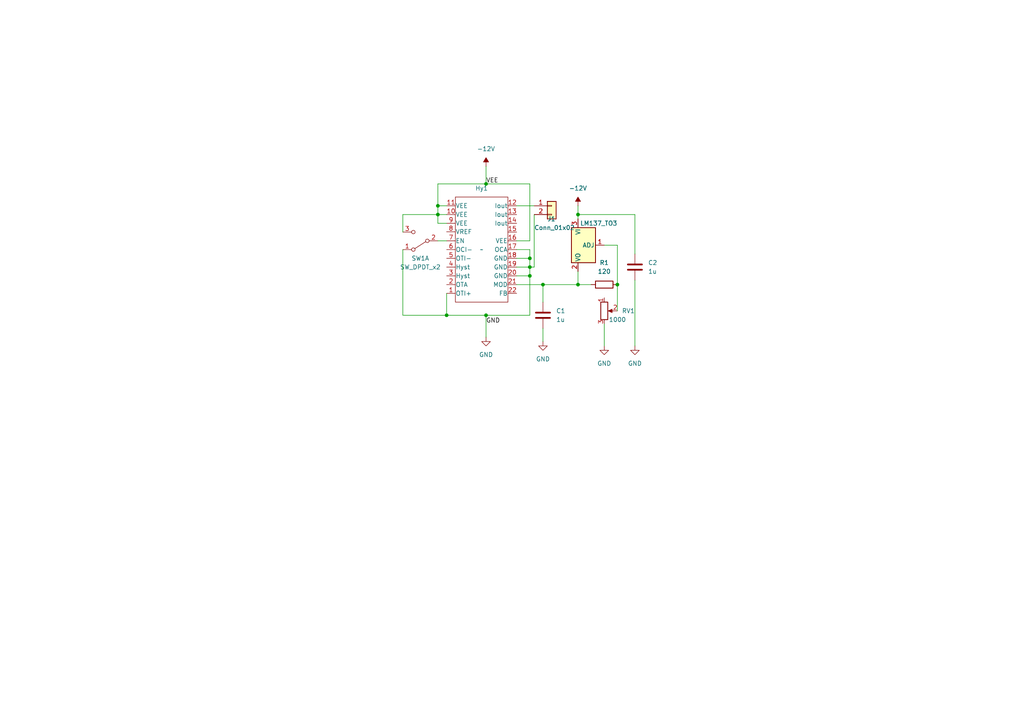
<source format=kicad_sch>
(kicad_sch (version 20230121) (generator eeschema)
  (paper "A4")
  (lib_symbols
    (symbol "Connector_Generic:Conn_01x02" (pin_names (offset 1.016) hide)
      (property "Reference" "J" (at 0 2.54 0))
      (property "Value" "Conn_01x02" (at 0 -5.08 0))
      (symbol "Conn_01x02_1_1"
        (rectangle (start -1.27 -2.413) (end 0 -2.667) (stroke (width 0.1524)))
        (rectangle (start -1.27 0.127) (end 0 -0.127) (stroke (width 0.1524)))
        (rectangle (start -1.27 1.27) (end 1.27 -3.81) (stroke (width 0.254)) (fill (type background)))
        (pin passive line (at -5.08 0 0) (length 3.81) (name "Pin_1") (number "1"))
        (pin passive line (at -5.08 -2.54 0) (length 3.81) (name "Pin_2") (number "2"))
      )
    )
    (symbol "Device:C" (pin_numbers hide) (pin_names (offset 0.254))
      (property "Reference" "C" (at 0.635 2.54 0))
      (property "Value" "C" (at 0.635 -2.54 0))
      (symbol "C_0_1"
        (polyline (pts (xy -2.032 -0.762) (xy 2.032 -0.762)) (stroke (width 0.508)))
        (polyline (pts (xy -2.032 0.762) (xy 2.032 0.762)) (stroke (width 0.508)))
      )
      (symbol "C_1_1"
        (pin passive line (at 0 3.81 270) (length 2.794) (name "~") (number "1"))
        (pin passive line (at 0 -3.81 90) (length 2.794) (name "~") (number "2"))
      )
    )
    (symbol "Device:R" (pin_numbers hide) (pin_names (offset 0))
      (property "Reference" "R" (at 2.032 0 90))
      (property "Value" "R" (at 0 0 90))
      (symbol "R_0_1"
        (rectangle (start -1.016 -2.54) (end 1.016 2.54) (stroke (width 0.254)))
      )
      (symbol "R_1_1"
        (pin passive line (at 0 3.81 270) (length 1.27) (name "~") (number "1"))
        (pin passive line (at 0 -3.81 90) (length 1.27) (name "~") (number "2"))
      )
    )
    (symbol "Device:R_Potentiometer" (pin_names (offset 1.016) hide)
      (property "Reference" "RV" (at -4.445 0 90))
      (property "Value" "R_Potentiometer" (at -2.54 0 90))
      (symbol "R_Potentiometer_0_1"
        (polyline (pts (xy 2.54 0) (xy 1.524 0)))
        (polyline (pts (xy 1.143 0) (xy 2.286 0.508) (xy 2.286 -0.508) (xy 1.143 0)) (fill (type outline)))
        (rectangle (start 1.016 2.54) (end -1.016 -2.54) (stroke (width 0.254)))
      )
      (symbol "R_Potentiometer_1_1"
        (pin passive line (at 0 3.81 270) (length 1.27) (name "1") (number "1"))
        (pin passive line (at 3.81 0 180) (length 1.27) (name "2") (number "2"))
        (pin passive line (at 0 -3.81 90) (length 1.27) (name "3") (number "3"))
      )
    )
    (symbol "Hytek_Controllers:Hy6340" (pin_names (offset 0.05))
      (property "Reference" "Hy6340" (at 0 17.78 0))
      (symbol "Hy6340_0_1"
        (rectangle (start -7.62 15.24) (end 7.62 -15.24))
      )
      (symbol "Hy6340_1_1"
        (pin input line (at -10.16 -12.7 0) (length 2.54) (name "OTI+") (number "1"))
        (pin input line (at -10.16 10.16 0) (length 2.54) (name "VEE") (number "10"))
        (pin input line (at -10.16 12.7 0) (length 2.54) (name "VEE") (number "11"))
        (pin output line (at 10.16 12.7 180) (length 2.54) (name "Iout") (number "12"))
        (pin output line (at 10.16 10.16 180) (length 2.54) (name "Iout") (number "13"))
        (pin output line (at 10.16 7.62 180) (length 2.54) (name "Iout") (number "14"))
        (pin free line (at 10.16 5.08 180) (length 2.54) (name "") (number "15"))
        (pin input line (at 10.16 2.54 180) (length 2.54) (name "VEE") (number "16"))
        (pin output line (at 10.16 0 180) (length 2.54) (name "OCA") (number "17"))
        (pin input line (at 10.16 -2.54 180) (length 2.54) (name "GND") (number "18"))
        (pin input line (at 10.16 -5.08 180) (length 2.54) (name "GND") (number "19"))
        (pin output line (at -10.16 -10.16 0) (length 2.54) (name "OTA") (number "2"))
        (pin input line (at 10.16 -7.62 180) (length 2.54) (name "GND") (number "20"))
        (pin input line (at 10.16 -10.16 180) (length 2.54) (name "MOD") (number "21"))
        (pin input line (at 10.16 -12.7 180) (length 2.54) (name "FB") (number "22"))
        (pin input line (at -10.16 -7.62 0) (length 2.54) (name "Hyst") (number "3"))
        (pin input line (at -10.16 -5.08 0) (length 2.54) (name "Hyst") (number "4"))
        (pin input line (at -10.16 -2.54 0) (length 2.54) (name "OTI-") (number "5"))
        (pin input line (at -10.16 0 0) (length 2.54) (name "OCI-") (number "6"))
        (pin input line (at -10.16 2.54 0) (length 2.54) (name "EN") (number "7"))
        (pin output line (at -10.1748 5.154 0) (length 2.54) (name "VREF") (number "8"))
        (pin input line (at -10.16 7.62 0) (length 2.54) (name "VEE") (number "9"))
      )
    )
    (symbol "Regulator_Linear:LM137_TO3" (pin_names (offset 0.254))
      (property "Reference" "U" (at -3.81 -3.175 0))
      (property "Value" "LM137_TO3" (at 0 -3.175 0))
      (symbol "LM137_TO3_0_1"
        (rectangle (start -5.08 5.08) (end 5.08 -1.905) (stroke (width 0.254)) (fill (type background)))
      )
      (symbol "LM137_TO3_1_1"
        (pin input line (at 0 7.62 270) (length 2.54) (name "ADJ") (number "1"))
        (pin power_out line (at 7.62 0 180) (length 2.54) (name "VO") (number "2"))
        (pin power_in line (at -7.62 0 0) (length 2.54) (name "VI") (number "3"))
      )
    )
    (symbol "Switch:SW_DPDT_x2" (pin_names (offset 0) hide)
      (property "Reference" "SW" (at 0 4.318 0))
      (property "Value" "SW_DPDT_x2" (at 0 -5.08 0))
      (symbol "SW_DPDT_x2_0_0"
        (circle (center -2.032 0) (radius 0.508))
        (circle (center 2.032 -2.54) (radius 0.508))
      )
      (symbol "SW_DPDT_x2_0_1"
        (polyline (pts (xy -1.524 0.254) (xy 1.651 2.286)))
        (circle (center 2.032 2.54) (radius 0.508))
      )
      (symbol "SW_DPDT_x2_1_1"
        (pin passive line (at 5.08 2.54 180) (length 2.54) (name "A") (number "1"))
        (pin passive line (at -5.08 0 0) (length 2.54) (name "B") (number "2"))
        (pin passive line (at 5.08 -2.54 180) (length 2.54) (name "C") (number "3"))
      )
      (symbol "SW_DPDT_x2_2_1"
        (pin passive line (at 5.08 2.54 180) (length 2.54) (name "A") (number "4"))
        (pin passive line (at -5.08 0 0) (length 2.54) (name "B") (number "5"))
        (pin passive line (at 5.08 -2.54 180) (length 2.54) (name "C") (number "6"))
      )
    )
    (symbol "power:-12V" (power) (pin_names (offset 0))
      (property "Value" "-12V" (at 0 3.81 0))
      (symbol "-12V_0_0"
        (pin power_in line (at 0 0 90) (length 0) hide (name "-12V") (number "1"))
      )
      (symbol "-12V_0_1"
        (polyline (pts (xy 0 0) (xy 0 1.27) (xy 0.762 1.27) (xy 0 2.54) (xy -0.762 1.27) (xy 0 1.27)) (fill (type outline)))
      )
    )
    (symbol "power:GND" (power) (pin_names (offset 0))
      (property "Value" "GND" (at 0 -3.81 0))
      (symbol "GND_0_1"
        (polyline (pts (xy 0 0) (xy 0 -1.27) (xy 1.27 -1.27) (xy 0 -2.54) (xy -1.27 -1.27) (xy 0 -1.27)))
      )
      (symbol "GND_1_1"
        (pin power_in line (at 0 0 270) (length 0) hide (name "GND") (number "1"))
      )
    )
  )
  (junction (at 153.67 77.47))
  (junction (at 167.64 62.23))
  (junction (at 153.67 74.93))
  (junction (at 157.48 82.55))
  (junction (at 127 62.23))
  (junction (at 140.97 91.44))
  (junction (at 179.07 82.55))
  (junction (at 127 59.69))
  (junction (at 140.97 53.34))
  (junction (at 129.54 91.44))
  (junction (at 167.64 82.55))
  (junction (at 153.67 80.01))
  (wire (pts (xy 153.67 91.44) (xy 153.67 80.01)))
  (wire (pts (xy 127 53.34) (xy 127 59.69)))
  (wire (pts (xy 157.48 95.25) (xy 157.48 99.06)))
  (wire (pts (xy 153.67 53.34) (xy 140.97 53.34)))
  (wire (pts (xy 184.15 62.23) (xy 167.64 62.23)))
  (wire (pts (xy 140.97 91.44) (xy 140.97 97.79)))
  (wire (pts (xy 116.84 91.44) (xy 129.54 91.44)))
  (wire (pts (xy 149.86 72.39) (xy 153.67 72.39)))
  (wire (pts (xy 167.64 62.23) (xy 167.64 63.5)))
  (wire (pts (xy 140.97 53.34) (xy 127 53.34)))
  (wire (pts (xy 157.48 82.55) (xy 157.48 87.63)))
  (wire (pts (xy 167.64 78.74) (xy 167.64 82.55)))
  (wire (pts (xy 127 62.23) (xy 127 64.77)))
  (wire (pts (xy 127 64.77) (xy 129.54 64.77)))
  (wire (pts (xy 153.67 77.47) (xy 153.67 74.93)))
  (wire (pts (xy 153.67 72.39) (xy 153.67 74.93)))
  (wire (pts (xy 149.86 59.69) (xy 154.94 59.69)))
  (wire (pts (xy 116.84 67.31) (xy 116.84 62.23)))
  (wire (pts (xy 116.84 72.39) (xy 116.84 91.44)))
  (wire (pts (xy 153.67 69.85) (xy 153.67 53.34)))
  (wire (pts (xy 154.94 77.47) (xy 153.67 77.47)))
  (wire (pts (xy 184.15 81.28) (xy 184.15 100.33)))
  (wire (pts (xy 179.07 82.55) (xy 179.07 90.17)))
  (wire (pts (xy 149.86 82.55) (xy 157.48 82.55)))
  (wire (pts (xy 154.94 62.23) (xy 154.94 77.47)))
  (wire (pts (xy 184.15 73.66) (xy 184.15 62.23)))
  (wire (pts (xy 140.97 91.44) (xy 153.67 91.44)))
  (wire (pts (xy 116.84 62.23) (xy 127 62.23)))
  (wire (pts (xy 149.86 69.85) (xy 153.67 69.85)))
  (wire (pts (xy 149.86 80.01) (xy 153.67 80.01)))
  (wire (pts (xy 153.67 74.93) (xy 149.86 74.93)))
  (wire (pts (xy 140.97 48.26) (xy 140.97 53.34)))
  (wire (pts (xy 129.54 59.69) (xy 127 59.69)))
  (wire (pts (xy 175.26 93.98) (xy 175.26 100.33)))
  (wire (pts (xy 129.54 91.44) (xy 140.97 91.44)))
  (wire (pts (xy 175.26 71.12) (xy 179.07 71.12)))
  (wire (pts (xy 179.07 71.12) (xy 179.07 82.55)))
  (wire (pts (xy 129.54 85.09) (xy 129.54 91.44)))
  (wire (pts (xy 129.54 62.23) (xy 127 62.23)))
  (wire (pts (xy 127 62.23) (xy 127 59.69)))
  (wire (pts (xy 157.48 82.55) (xy 167.64 82.55)))
  (wire (pts (xy 149.86 77.47) (xy 153.67 77.47)))
  (wire (pts (xy 153.67 80.01) (xy 153.67 77.47)))
  (wire (pts (xy 167.64 59.69) (xy 167.64 62.23)))
  (wire (pts (xy 129.54 69.85) (xy 127 69.85)))
  (wire (pts (xy 167.64 82.55) (xy 171.45 82.55)))
  (label "VEE" (at 140.97 53.34 0))
  (label "GND" (at 140.97 93.98 0))
  (symbol (lib_id "Device:R") (at 175.26 82.55 270) (unit 1)
    (property "Reference" "R1" (at 175.26 76.2 90))
    (property "Value" "120" (at 175.26 78.74 90))
  )
  (symbol (lib_id "power:GND") (at 175.26 100.33 0) (unit 1)
    (property "Reference" "#PWR04" (effects hide))
    (property "Value" "GND" (at 175.26 105.41 0))
  )
  (symbol (lib_id "power:GND") (at 184.15 100.33 0) (unit 1)
    (property "Reference" "#PWR06" (effects hide))
    (property "Value" "GND" (at 184.15 105.41 0))
  )
  (symbol (lib_id "Device:R_Potentiometer") (at 175.26 90.17 0) (unit 1)
    (property "Reference" "RV1" (at 184.15 90.17 0) (effects (justify right)))
    (property "Value" "1000" (at 181.61 92.71 0) (effects (justify right)))
  )
  (symbol (lib_id "power:-12V") (at 140.97 48.26 0) (unit 1)
    (property "Reference" "#PWR01" (effects hide))
    (property "Value" "-12V" (at 140.97 43.18 0))
  )
  (symbol (lib_id "Connector_Generic:Conn_01x02") (at 160.02 59.69 0) (unit 1)
    (property "Reference" "J1" (at 158.75 63.5 0) (effects (justify left)))
    (property "Value" "Conn_01x02" (at 154.94 66.04 0) (effects (justify left)))
  )
  (symbol (lib_id "power:GND") (at 157.48 99.06 0) (unit 1)
    (property "Reference" "#PWR05" (effects hide))
    (property "Value" "GND" (at 157.48 104.14 0))
  )
  (symbol (lib_id "Hytek_Controllers:Hy6340") (at 139.7 72.39 0) (unit 1)
    (property "Reference" "Hy1" (at 139.6926 54.61 0))
    (property "Value" "~" (at 139.7 72.39 0))
  )
  (symbol (lib_id "power:GND") (at 140.97 97.79 0) (unit 1)
    (property "Reference" "#PWR02" (effects hide))
    (property "Value" "GND" (at 140.97 102.87 0))
  )
  (symbol (lib_id "Switch:SW_DPDT_x2") (at 121.92 69.85 180) (unit 1)
    (property "Reference" "SW1" (at 121.92 74.93 0))
    (property "Value" "SW_DPDT_x2" (at 121.92 77.47 0))
  )
  (symbol (lib_id "Device:C") (at 157.48 91.44 0) (unit 1)
    (property "Reference" "C1" (at 161.29 90.17 0) (effects (justify left)))
    (property "Value" "1u" (at 161.29 92.71 0) (effects (justify left)))
  )
  (symbol (lib_id "Regulator_Linear:LM137_TO3") (at 167.64 71.12 270) (unit 1)
    (property "Reference" "U1" (effects hide))
    (property "Value" "LM137_TO3" (at 179.07 64.77 90) (effects (justify right)))
    (property "Footprint" "Package_TO_SOT_THT:TO-3" (effects hide))
    (property "Datasheet" "http://www.ti.com/lit/ds/symlink/lm337-n.pdf" (effects hide))
  )
  (symbol (lib_id "power:-12V") (at 167.64 59.69 0) (unit 1)
    (property "Reference" "#PWR03" (effects hide))
    (property "Value" "-12V" (at 167.64 54.61 0))
  )
  (symbol (lib_id "Device:C") (at 184.15 77.47 0) (unit 1)
    (property "Reference" "C2" (at 187.96 76.2 0) (effects (justify left)))
    (property "Value" "1u" (at 187.96 78.74 0) (effects (justify left)))
  )
)
</source>
